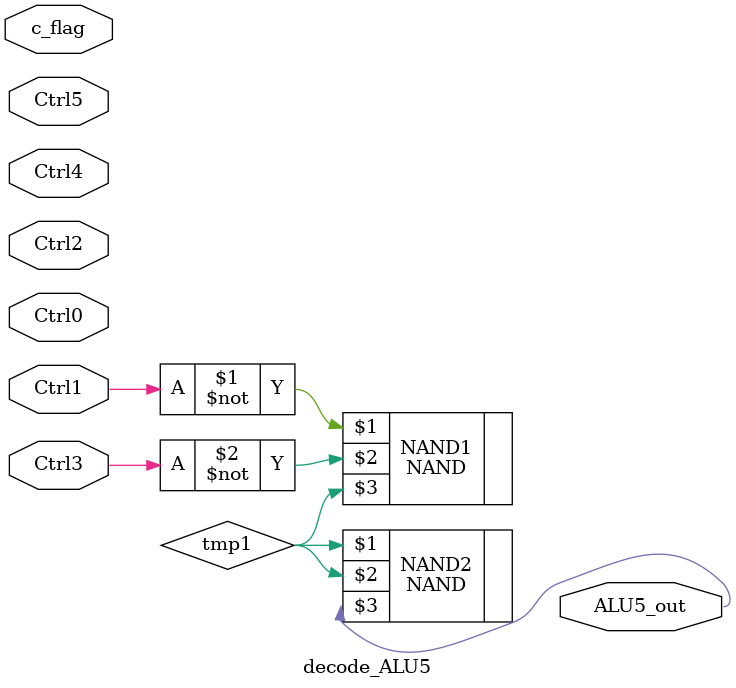
<source format=v>
module decode_ALU5(Ctrl0,Ctrl1,Ctrl2,Ctrl3,Ctrl4,Ctrl5,c_flag,ALU5_out);
    input Ctrl0,Ctrl1,Ctrl2,Ctrl3,Ctrl4,Ctrl5,c_flag;
    output ALU5_out;
    wire tmp1;
    NAND NAND1(~Ctrl1,~Ctrl3,tmp1);
    NAND NAND2(tmp1,tmp1,ALU5_out);
endmodule
</source>
